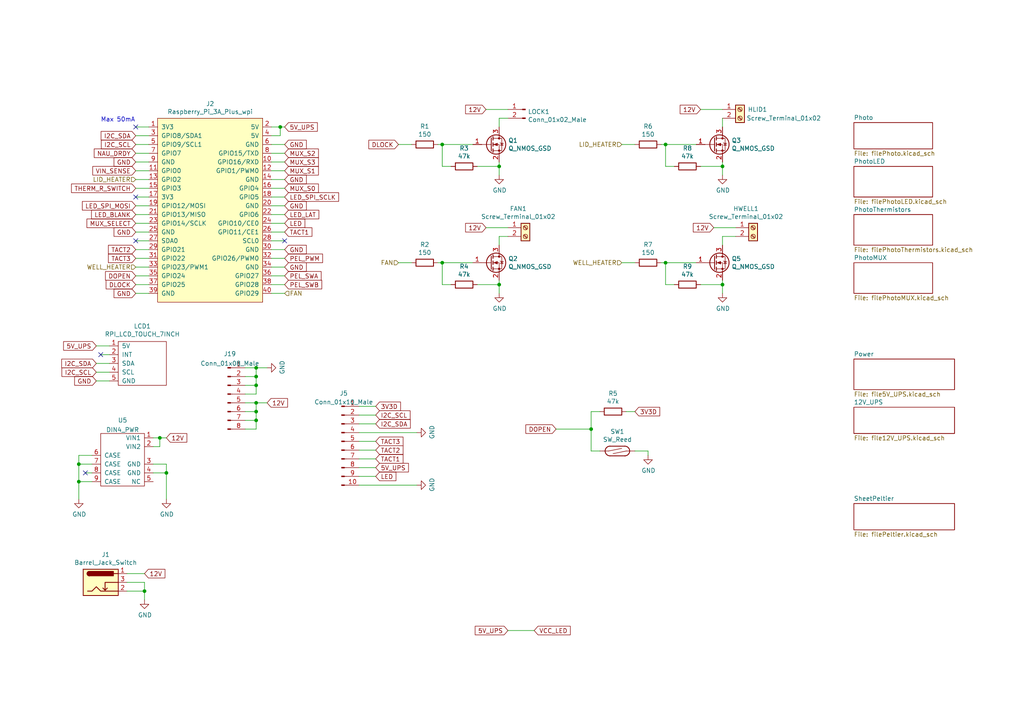
<source format=kicad_sch>
(kicad_sch (version 20211123) (generator eeschema)
  (paper "A4")
  (lib_symbols
    (symbol "Connector:Barrel_Jack_Switch" (pin_names hide)
      (property "Reference" "J" (at 0 5.334 0))
      (property "Value" "Barrel_Jack_Switch" (at 0 -5.08 0))
      (symbol "Barrel_Jack_Switch_0_1"
        (rectangle (start -5.08 3.81) (end 5.08 -3.81) (stroke (width 0.254)) (fill (type background)))
        (arc (start -3.302 3.175) (mid -3.937 2.54) (end -3.302 1.905) (stroke (width 0.254)))
        (arc (start -3.302 3.175) (mid -3.937 2.54) (end -3.302 1.905) (stroke (width 0.254)) (fill (type outline)))
        (polyline (pts (xy 1.27 -2.286) (xy 1.905 -1.651)) (stroke (width 0.254)))
        (polyline (pts (xy 5.08 2.54) (xy 3.81 2.54)) (stroke (width 0.254)))
        (polyline (pts (xy 5.08 0) (xy 1.27 0) (xy 1.27 -2.286) (xy 0.635 -1.651)) (stroke (width 0.254)))
        (polyline (pts (xy -3.81 -2.54) (xy -2.54 -2.54) (xy -1.27 -1.27) (xy 0 -2.54) (xy 2.54 -2.54) (xy 5.08 -2.54)) (stroke (width 0.254)))
        (rectangle (start 3.683 3.175) (end -3.302 1.905) (stroke (width 0.254)) (fill (type outline)))
      )
      (symbol "Barrel_Jack_Switch_1_1"
        (pin passive line (at 7.62 2.54 180) (length 2.54) (name "~") (number "1"))
        (pin passive line (at 7.62 -2.54 180) (length 2.54) (name "~") (number "2"))
        (pin passive line (at 7.62 0 180) (length 2.54) (name "~") (number "3"))
      )
    )
    (symbol "Connector:Conn_01x02_Male" (pin_names (offset 1.016) hide)
      (property "Reference" "J" (at 0 2.54 0))
      (property "Value" "Conn_01x02_Male" (at 0 -5.08 0))
      (symbol "Conn_01x02_Male_1_1"
        (polyline (pts (xy 1.27 -2.54) (xy 0.8636 -2.54)) (stroke (width 0.1524)))
        (polyline (pts (xy 1.27 0) (xy 0.8636 0)) (stroke (width 0.1524)))
        (rectangle (start 0.8636 -2.413) (end 0 -2.667) (stroke (width 0.1524)) (fill (type outline)))
        (rectangle (start 0.8636 0.127) (end 0 -0.127) (stroke (width 0.1524)) (fill (type outline)))
        (pin passive line (at 5.08 0 180) (length 3.81) (name "Pin_1") (number "1"))
        (pin passive line (at 5.08 -2.54 180) (length 3.81) (name "Pin_2") (number "2"))
      )
    )
    (symbol "Connector:Conn_01x08_Male" (pin_names (offset 1.016) hide)
      (property "Reference" "J" (at 0 10.16 0))
      (property "Value" "Conn_01x08_Male" (at 0 -12.7 0))
      (symbol "Conn_01x08_Male_1_1"
        (polyline (pts (xy 1.27 -10.16) (xy 0.8636 -10.16)) (stroke (width 0.1524)))
        (polyline (pts (xy 1.27 -7.62) (xy 0.8636 -7.62)) (stroke (width 0.1524)))
        (polyline (pts (xy 1.27 -5.08) (xy 0.8636 -5.08)) (stroke (width 0.1524)))
        (polyline (pts (xy 1.27 -2.54) (xy 0.8636 -2.54)) (stroke (width 0.1524)))
        (polyline (pts (xy 1.27 0) (xy 0.8636 0)) (stroke (width 0.1524)))
        (polyline (pts (xy 1.27 2.54) (xy 0.8636 2.54)) (stroke (width 0.1524)))
        (polyline (pts (xy 1.27 5.08) (xy 0.8636 5.08)) (stroke (width 0.1524)))
        (polyline (pts (xy 1.27 7.62) (xy 0.8636 7.62)) (stroke (width 0.1524)))
        (rectangle (start 0.8636 -10.033) (end 0 -10.287) (stroke (width 0.1524)) (fill (type outline)))
        (rectangle (start 0.8636 -7.493) (end 0 -7.747) (stroke (width 0.1524)) (fill (type outline)))
        (rectangle (start 0.8636 -4.953) (end 0 -5.207) (stroke (width 0.1524)) (fill (type outline)))
        (rectangle (start 0.8636 -2.413) (end 0 -2.667) (stroke (width 0.1524)) (fill (type outline)))
        (rectangle (start 0.8636 0.127) (end 0 -0.127) (stroke (width 0.1524)) (fill (type outline)))
        (rectangle (start 0.8636 2.667) (end 0 2.413) (stroke (width 0.1524)) (fill (type outline)))
        (rectangle (start 0.8636 5.207) (end 0 4.953) (stroke (width 0.1524)) (fill (type outline)))
        (rectangle (start 0.8636 7.747) (end 0 7.493) (stroke (width 0.1524)) (fill (type outline)))
        (pin passive line (at 5.08 7.62 180) (length 3.81) (name "Pin_1") (number "1"))
        (pin passive line (at 5.08 5.08 180) (length 3.81) (name "Pin_2") (number "2"))
        (pin passive line (at 5.08 2.54 180) (length 3.81) (name "Pin_3") (number "3"))
        (pin passive line (at 5.08 0 180) (length 3.81) (name "Pin_4") (number "4"))
        (pin passive line (at 5.08 -2.54 180) (length 3.81) (name "Pin_5") (number "5"))
        (pin passive line (at 5.08 -5.08 180) (length 3.81) (name "Pin_6") (number "6"))
        (pin passive line (at 5.08 -7.62 180) (length 3.81) (name "Pin_7") (number "7"))
        (pin passive line (at 5.08 -10.16 180) (length 3.81) (name "Pin_8") (number "8"))
      )
    )
    (symbol "Connector:Conn_01x10_Male" (pin_names (offset 1.016) hide)
      (property "Reference" "J" (at 0 12.7 0))
      (property "Value" "Conn_01x10_Male" (at 0 -15.24 0))
      (symbol "Conn_01x10_Male_1_1"
        (polyline (pts (xy 1.27 -12.7) (xy 0.8636 -12.7)) (stroke (width 0.1524)))
        (polyline (pts (xy 1.27 -10.16) (xy 0.8636 -10.16)) (stroke (width 0.1524)))
        (polyline (pts (xy 1.27 -7.62) (xy 0.8636 -7.62)) (stroke (width 0.1524)))
        (polyline (pts (xy 1.27 -5.08) (xy 0.8636 -5.08)) (stroke (width 0.1524)))
        (polyline (pts (xy 1.27 -2.54) (xy 0.8636 -2.54)) (stroke (width 0.1524)))
        (polyline (pts (xy 1.27 0) (xy 0.8636 0)) (stroke (width 0.1524)))
        (polyline (pts (xy 1.27 2.54) (xy 0.8636 2.54)) (stroke (width 0.1524)))
        (polyline (pts (xy 1.27 5.08) (xy 0.8636 5.08)) (stroke (width 0.1524)))
        (polyline (pts (xy 1.27 7.62) (xy 0.8636 7.62)) (stroke (width 0.1524)))
        (polyline (pts (xy 1.27 10.16) (xy 0.8636 10.16)) (stroke (width 0.1524)))
        (rectangle (start 0.8636 -12.573) (end 0 -12.827) (stroke (width 0.1524)) (fill (type outline)))
        (rectangle (start 0.8636 -10.033) (end 0 -10.287) (stroke (width 0.1524)) (fill (type outline)))
        (rectangle (start 0.8636 -7.493) (end 0 -7.747) (stroke (width 0.1524)) (fill (type outline)))
        (rectangle (start 0.8636 -4.953) (end 0 -5.207) (stroke (width 0.1524)) (fill (type outline)))
        (rectangle (start 0.8636 -2.413) (end 0 -2.667) (stroke (width 0.1524)) (fill (type outline)))
        (rectangle (start 0.8636 0.127) (end 0 -0.127) (stroke (width 0.1524)) (fill (type outline)))
        (rectangle (start 0.8636 2.667) (end 0 2.413) (stroke (width 0.1524)) (fill (type outline)))
        (rectangle (start 0.8636 5.207) (end 0 4.953) (stroke (width 0.1524)) (fill (type outline)))
        (rectangle (start 0.8636 7.747) (end 0 7.493) (stroke (width 0.1524)) (fill (type outline)))
        (rectangle (start 0.8636 10.287) (end 0 10.033) (stroke (width 0.1524)) (fill (type outline)))
        (pin passive line (at 5.08 10.16 180) (length 3.81) (name "Pin_1") (number "1"))
        (pin passive line (at 5.08 -12.7 180) (length 3.81) (name "Pin_10") (number "10"))
        (pin passive line (at 5.08 7.62 180) (length 3.81) (name "Pin_2") (number "2"))
        (pin passive line (at 5.08 5.08 180) (length 3.81) (name "Pin_3") (number "3"))
        (pin passive line (at 5.08 2.54 180) (length 3.81) (name "Pin_4") (number "4"))
        (pin passive line (at 5.08 0 180) (length 3.81) (name "Pin_5") (number "5"))
        (pin passive line (at 5.08 -2.54 180) (length 3.81) (name "Pin_6") (number "6"))
        (pin passive line (at 5.08 -5.08 180) (length 3.81) (name "Pin_7") (number "7"))
        (pin passive line (at 5.08 -7.62 180) (length 3.81) (name "Pin_8") (number "8"))
        (pin passive line (at 5.08 -10.16 180) (length 3.81) (name "Pin_9") (number "9"))
      )
    )
    (symbol "Connector:Screw_Terminal_01x02" (pin_names (offset 1.016) hide)
      (property "Reference" "J" (at 0 2.54 0))
      (property "Value" "Screw_Terminal_01x02" (at 0 -5.08 0))
      (symbol "Screw_Terminal_01x02_1_1"
        (rectangle (start -1.27 1.27) (end 1.27 -3.81) (stroke (width 0.254)) (fill (type background)))
        (circle (center 0 -2.54) (radius 0.635) (stroke (width 0.1524)))
        (polyline (pts (xy -0.5334 -2.2098) (xy 0.3302 -3.048)) (stroke (width 0.1524)))
        (polyline (pts (xy -0.5334 0.3302) (xy 0.3302 -0.508)) (stroke (width 0.1524)))
        (polyline (pts (xy -0.3556 -2.032) (xy 0.508 -2.8702)) (stroke (width 0.1524)))
        (polyline (pts (xy -0.3556 0.508) (xy 0.508 -0.3302)) (stroke (width 0.1524)))
        (circle (center 0 0) (radius 0.635) (stroke (width 0.1524)))
        (pin passive line (at -5.08 0 0) (length 3.81) (name "Pin_1") (number "1"))
        (pin passive line (at -5.08 -2.54 0) (length 3.81) (name "Pin_2") (number "2"))
      )
    )
    (symbol "Device:Q_NMOS_GSD" (pin_names (offset 0) hide)
      (property "Reference" "Q" (at 5.08 1.27 0))
      (property "Value" "Q_NMOS_GSD" (at 5.08 -1.27 0))
      (symbol "Q_NMOS_GSD_0_1"
        (polyline (pts (xy 0.254 0) (xy -2.54 0)))
        (polyline (pts (xy 0.254 1.905) (xy 0.254 -1.905)) (stroke (width 0.254)))
        (polyline (pts (xy 0.762 -1.27) (xy 0.762 -2.286)) (stroke (width 0.254)))
        (polyline (pts (xy 0.762 0.508) (xy 0.762 -0.508)) (stroke (width 0.254)))
        (polyline (pts (xy 0.762 2.286) (xy 0.762 1.27)) (stroke (width 0.254)))
        (polyline (pts (xy 2.54 2.54) (xy 2.54 1.778)))
        (polyline (pts (xy 2.54 -2.54) (xy 2.54 0) (xy 0.762 0)))
        (polyline (pts (xy 0.762 -1.778) (xy 3.302 -1.778) (xy 3.302 1.778) (xy 0.762 1.778)))
        (polyline (pts (xy 1.016 0) (xy 2.032 0.381) (xy 2.032 -0.381) (xy 1.016 0)) (fill (type outline)))
        (polyline (pts (xy 2.794 0.508) (xy 2.921 0.381) (xy 3.683 0.381) (xy 3.81 0.254)))
        (polyline (pts (xy 3.302 0.381) (xy 2.921 -0.254) (xy 3.683 -0.254) (xy 3.302 0.381)))
        (circle (center 1.651 0) (radius 2.794) (stroke (width 0.254)))
        (circle (center 2.54 -1.778) (radius 0.254) (fill (type outline)))
        (circle (center 2.54 1.778) (radius 0.254) (fill (type outline)))
      )
      (symbol "Q_NMOS_GSD_1_1"
        (pin input line (at -5.08 0 0) (length 2.54) (name "G") (number "1"))
        (pin passive line (at 2.54 -5.08 90) (length 2.54) (name "S") (number "2"))
        (pin passive line (at 2.54 5.08 270) (length 2.54) (name "D") (number "3"))
      )
    )
    (symbol "Device:R" (pin_numbers hide) (pin_names (offset 0))
      (property "Reference" "R" (at 2.032 0 90))
      (property "Value" "R" (at 0 0 90))
      (symbol "R_0_1"
        (rectangle (start -1.016 -2.54) (end 1.016 2.54) (stroke (width 0.254)))
      )
      (symbol "R_1_1"
        (pin passive line (at 0 3.81 270) (length 1.27) (name "~") (number "1"))
        (pin passive line (at 0 -3.81 90) (length 1.27) (name "~") (number "2"))
      )
    )
    (symbol "Ninja-qPCR:DIN4_PWR" (pin_names (offset 1.016))
      (property "Reference" "U" (at 0 7.62 0))
      (property "Value" "DIN4_PWR" (at 0 -10.16 0))
      (symbol "DIN4_PWR_0_1"
        (rectangle (start -6.35 6.35) (end 6.35 -8.89))
      )
      (symbol "DIN4_PWR_1_1"
        (pin power_out line (at 8.89 5.08 180) (length 2.54) (name "VIN1") (number "1"))
        (pin power_out line (at 8.89 2.54 180) (length 2.54) (name "VIN2") (number "2"))
        (pin passive line (at 8.89 -2.54 180) (length 2.54) (name "GND") (number "3"))
        (pin passive line (at 8.89 -5.08 180) (length 2.54) (name "GND") (number "4"))
        (pin passive line (at 8.89 -7.62 180) (length 2.54) (name "NC") (number "5"))
        (pin passive line (at -8.89 0 0) (length 2.54) (name "CASE") (number "6"))
        (pin passive line (at -8.89 -2.54 0) (length 2.54) (name "CASE") (number "7"))
        (pin passive line (at -8.89 -5.08 0) (length 2.54) (name "CASE") (number "8"))
        (pin passive line (at -8.89 -7.62 0) (length 2.54) (name "CASE") (number "9"))
      )
    )
    (symbol "Ninja-qPCR:RPI_LCD_TOUCH_7INCH_M2.5_NONE" (pin_names (offset 1.016))
      (property "Reference" "U" (at 8.89 2.54 0))
      (property "Value" "Ninja-qPCR_RPI_LCD_TOUCH_7INCH_M2.5_NONE" (at 11.43 -12.7 0))
      (symbol "RPI_LCD_TOUCH_7INCH_M2.5_NONE_0_1"
        (rectangle (start 2.54 1.27) (end 16.51 -11.43))
      )
      (symbol "RPI_LCD_TOUCH_7INCH_M2.5_NONE_1_1"
        (pin input line (at 0 0 0) (length 2.54) (name "5V") (number "1"))
        (pin input line (at 0 -2.54 0) (length 2.54) (name "INT") (number "2"))
        (pin input line (at 0 -5.08 0) (length 2.54) (name "SDA") (number "3"))
        (pin input line (at 0 -7.62 0) (length 2.54) (name "SCL") (number "4"))
        (pin input line (at 0 -10.16 0) (length 2.54) (name "GND") (number "5"))
      )
    )
    (symbol "Ninja-qPCR:Raspberry_Pi_3A_Plus_wpi" (pin_names (offset 1.016))
      (property "Reference" "J" (at -11.43 -27.94 0))
      (property "Value" "Ninja-qPCR_Raspberry_Pi_3A_Plus_wpi" (at 0 -30.48 0))
      (symbol "Raspberry_Pi_3A_Plus_wpi_0_1"
        (rectangle (start 15.24 26.67) (end -15.24 -26.67) (fill (type background)))
      )
      (symbol "Raspberry_Pi_3A_Plus_wpi_1_1"
        (pin power_out line (at -17.78 24.13 0) (length 2.54) (name "3V3") (number "1"))
        (pin bidirectional line (at 17.78 13.97 180) (length 2.54) (name "GPIO16/RXD") (number "10"))
        (pin bidirectional line (at -17.78 11.43 0) (length 2.54) (name "GPIO0") (number "11"))
        (pin bidirectional line (at 17.78 11.43 180) (length 2.54) (name "GPIO1/PWM0") (number "12"))
        (pin bidirectional line (at -17.78 8.89 0) (length 2.54) (name "GPIO2") (number "13"))
        (pin power_out line (at 17.78 8.89 180) (length 2.54) (name "GND") (number "14"))
        (pin bidirectional line (at -17.78 6.35 0) (length 2.54) (name "GPIO3") (number "15"))
        (pin bidirectional line (at 17.78 6.35 180) (length 2.54) (name "GPIO4") (number "16"))
        (pin power_out line (at -17.78 3.81 0) (length 2.54) (name "3V3") (number "17"))
        (pin bidirectional line (at 17.78 3.81 180) (length 2.54) (name "GPIO5") (number "18"))
        (pin bidirectional line (at -17.78 1.27 0) (length 2.54) (name "GPIO12/MOSI") (number "19"))
        (pin power_out line (at 17.78 24.13 180) (length 2.54) (name "5V") (number "2"))
        (pin power_out line (at 17.78 1.27 180) (length 2.54) (name "GND") (number "20"))
        (pin bidirectional line (at -17.78 -1.27 0) (length 2.54) (name "GPIO13/MISO") (number "21"))
        (pin bidirectional line (at 17.78 -1.27 180) (length 2.54) (name "GPIO6") (number "22"))
        (pin bidirectional line (at -17.78 -3.81 0) (length 2.54) (name "GPIO14/SCLK") (number "23"))
        (pin bidirectional line (at 17.78 -3.81 180) (length 2.54) (name "GPIO10/CE0") (number "24"))
        (pin power_out line (at -17.78 -6.35 0) (length 2.54) (name "GND") (number "25"))
        (pin bidirectional line (at 17.78 -6.35 180) (length 2.54) (name "GPIO11/CE1") (number "26"))
        (pin bidirectional line (at -17.78 -8.89 0) (length 2.54) (name "SDA0") (number "27"))
        (pin bidirectional line (at 17.78 -8.89 180) (length 2.54) (name "SCL0") (number "28"))
        (pin bidirectional line (at -17.78 -11.43 0) (length 2.54) (name "GPIO21") (number "29"))
        (pin bidirectional line (at -17.78 21.59 0) (length 2.54) (name "GPIO8/SDA1") (number "3"))
        (pin power_out line (at 17.78 -11.43 180) (length 2.54) (name "GND") (number "30"))
        (pin bidirectional line (at -17.78 -13.97 0) (length 2.54) (name "GPIO22") (number "31"))
        (pin bidirectional line (at 17.78 -13.97 180) (length 2.54) (name "GPIO26/PWM0") (number "32"))
        (pin bidirectional line (at -17.78 -16.51 0) (length 2.54) (name "GPIO23/PWM1") (number "33"))
        (pin power_out line (at 17.78 -16.51 180) (length 2.54) (name "GND") (number "34"))
        (pin bidirectional line (at -17.78 -19.05 0) (length 2.54) (name "GPIO24") (number "35"))
        (pin bidirectional line (at 17.78 -19.05 180) (length 2.54) (name "GPIO27") (number "36"))
        (pin bidirectional line (at -17.78 -21.59 0) (length 2.54) (name "GPIO25") (number "37"))
        (pin bidirectional line (at 17.78 -21.59 180) (length 2.54) (name "GPIO28") (number "38"))
        (pin power_out line (at -17.78 -24.13 0) (length 2.54) (name "GND") (number "39"))
        (pin power_out line (at 17.78 21.59 180) (length 2.54) (name "5V") (number "4"))
        (pin bidirectional line (at 17.78 -24.13 180) (length 2.54) (name "GPIO29") (number "40"))
        (pin bidirectional line (at -17.78 19.05 0) (length 2.54) (name "GPIO9/SCL1") (number "5"))
        (pin power_out line (at 17.78 19.05 180) (length 2.54) (name "GND") (number "6"))
        (pin bidirectional line (at -17.78 16.51 0) (length 2.54) (name "GPIO7") (number "7"))
        (pin bidirectional line (at 17.78 16.51 180) (length 2.54) (name "GPIO15/TXD") (number "8"))
        (pin power_out line (at -17.78 13.97 0) (length 2.54) (name "GND") (number "9"))
      )
    )
    (symbol "Switch:SW_Reed" (pin_numbers hide) (pin_names (offset 0) hide)
      (property "Reference" "SW" (at 0 2.54 0))
      (property "Value" "SW_Reed" (at 0 -2.54 0))
      (symbol "SW_Reed_0_0"
        (arc (start -2.159 1.397) (mid -3.556 0) (end -2.159 -1.397) (stroke (width 0.254)))
        (polyline (pts (xy -2.54 0) (xy 1.27 0.762)))
        (polyline (pts (xy -2.159 -1.397) (xy 2.286 -1.397)) (stroke (width 0.254)))
        (polyline (pts (xy 2.159 1.397) (xy -2.159 1.397)) (stroke (width 0.254)))
        (polyline (pts (xy 2.54 0) (xy -1.27 -0.762)))
        (arc (start 2.159 -1.397) (mid 3.556 0) (end 2.159 1.397) (stroke (width 0.254)))
      )
      (symbol "SW_Reed_1_1"
        (pin passive line (at -5.08 0 0) (length 2.54) (name "1") (number "1"))
        (pin passive line (at 5.08 0 180) (length 2.54) (name "2") (number "2"))
      )
    )
    (symbol "power:GND" (power) (pin_names (offset 0))
      (property "Value" "GND" (at 0 -3.81 0))
      (symbol "GND_0_1"
        (polyline (pts (xy 0 0) (xy 0 -1.27) (xy 1.27 -1.27) (xy 0 -2.54) (xy -1.27 -1.27) (xy 0 -1.27)))
      )
      (symbol "GND_1_1"
        (pin power_in line (at 0 0 270) (length 0) hide (name "GND") (number "1"))
      )
    )
  )
  (junction (at 193.04 41.91))
  (junction (at 144.78 48.26))
  (junction (at 74.295 109.22))
  (junction (at 46.355 127))
  (junction (at 144.78 82.55))
  (junction (at 209.55 82.55))
  (junction (at 74.295 106.68))
  (junction (at 41.91 171.45))
  (junction (at 128.27 41.91))
  (junction (at 209.55 48.26))
  (junction (at 74.295 116.84))
  (junction (at 22.86 139.7))
  (junction (at 81.28 36.83))
  (junction (at 74.295 111.76))
  (junction (at 48.26 137.16))
  (junction (at 171.45 124.46))
  (junction (at 128.27 76.2))
  (junction (at 22.86 134.62))
  (junction (at 193.04 76.2))
  (junction (at 74.295 121.92))
  (junction (at 74.295 119.38))
  (no_connect (at 39.37 36.83))
  (no_connect (at 24.765 137.16))
  (no_connect (at 82.55 69.85))
  (no_connect (at 29.21 102.87))
  (no_connect (at 39.37 57.15))
  (no_connect (at 39.37 69.85))
  (wire (pts (xy 31.75 110.49) (xy 27.94 110.49)))
  (wire (pts (xy 71.12 111.76) (xy 74.295 111.76)))
  (wire (pts (xy 104.14 133.096) (xy 108.966 133.096)))
  (wire (pts (xy 48.26 137.16) (xy 48.26 144.78)))
  (wire (pts (xy 187.96 130.81) (xy 187.96 132.08)))
  (wire (pts (xy 39.37 67.31) (xy 43.18 67.31)))
  (wire (pts (xy 203.2 48.26) (xy 209.55 48.26)))
  (wire (pts (xy 193.04 76.2) (xy 191.77 76.2)))
  (wire (pts (xy 71.12 124.46) (xy 74.295 124.46)))
  (wire (pts (xy 184.15 130.81) (xy 187.96 130.81)))
  (wire (pts (xy 43.18 62.23) (xy 39.37 62.23)))
  (wire (pts (xy 29.21 102.87) (xy 31.75 102.87)))
  (wire (pts (xy 171.45 130.81) (xy 173.99 130.81)))
  (wire (pts (xy 193.04 48.26) (xy 193.04 41.91)))
  (wire (pts (xy 82.55 72.39) (xy 78.74 72.39)))
  (wire (pts (xy 48.26 134.62) (xy 48.26 137.16)))
  (wire (pts (xy 104.14 122.936) (xy 108.966 122.936)))
  (wire (pts (xy 140.97 31.75) (xy 147.32 31.75)))
  (wire (pts (xy 213.36 68.58) (xy 209.55 68.58)))
  (wire (pts (xy 78.74 39.37) (xy 81.28 39.37)))
  (wire (pts (xy 207.01 66.04) (xy 213.36 66.04)))
  (wire (pts (xy 82.55 69.85) (xy 78.74 69.85)))
  (wire (pts (xy 128.27 76.2) (xy 127 76.2)))
  (wire (pts (xy 74.295 116.84) (xy 77.47 116.84)))
  (wire (pts (xy 193.04 82.55) (xy 193.04 76.2)))
  (wire (pts (xy 201.93 41.91) (xy 193.04 41.91)))
  (wire (pts (xy 144.78 85.09) (xy 144.78 82.55)))
  (wire (pts (xy 144.78 50.8) (xy 144.78 48.26)))
  (wire (pts (xy 36.83 166.37) (xy 41.91 166.37)))
  (wire (pts (xy 71.12 116.84) (xy 74.295 116.84)))
  (wire (pts (xy 74.295 114.3) (xy 74.295 111.76)))
  (wire (pts (xy 44.45 127) (xy 46.355 127)))
  (wire (pts (xy 173.99 119.38) (xy 171.45 119.38)))
  (wire (pts (xy 44.45 137.16) (xy 48.26 137.16)))
  (wire (pts (xy 27.94 100.33) (xy 31.75 100.33)))
  (wire (pts (xy 41.91 173.99) (xy 41.91 171.45)))
  (wire (pts (xy 78.74 46.99) (xy 82.55 46.99)))
  (wire (pts (xy 137.16 76.2) (xy 128.27 76.2)))
  (wire (pts (xy 39.37 82.55) (xy 43.18 82.55)))
  (wire (pts (xy 82.55 44.45) (xy 78.74 44.45)))
  (wire (pts (xy 82.55 64.77) (xy 78.74 64.77)))
  (wire (pts (xy 82.55 57.15) (xy 78.74 57.15)))
  (wire (pts (xy 22.86 134.62) (xy 26.67 134.62)))
  (wire (pts (xy 31.75 105.41) (xy 27.94 105.41)))
  (wire (pts (xy 203.2 82.55) (xy 209.55 82.55)))
  (wire (pts (xy 39.37 44.45) (xy 43.18 44.45)))
  (wire (pts (xy 71.12 109.22) (xy 74.295 109.22)))
  (wire (pts (xy 104.14 128.016) (xy 108.966 128.016)))
  (wire (pts (xy 43.18 64.77) (xy 39.37 64.77)))
  (wire (pts (xy 39.37 36.83) (xy 43.18 36.83)))
  (wire (pts (xy 195.58 82.55) (xy 193.04 82.55)))
  (wire (pts (xy 74.295 121.92) (xy 74.295 124.46)))
  (wire (pts (xy 22.86 134.62) (xy 22.86 139.7)))
  (wire (pts (xy 209.55 85.09) (xy 209.55 82.55)))
  (wire (pts (xy 26.67 132.08) (xy 22.86 132.08)))
  (wire (pts (xy 22.86 139.7) (xy 26.67 139.7)))
  (wire (pts (xy 180.34 76.2) (xy 184.15 76.2)))
  (wire (pts (xy 43.18 41.91) (xy 39.37 41.91)))
  (wire (pts (xy 44.45 129.54) (xy 46.355 129.54)))
  (wire (pts (xy 171.45 119.38) (xy 171.45 124.46)))
  (wire (pts (xy 46.355 127) (xy 46.355 129.54)))
  (wire (pts (xy 39.37 39.37) (xy 43.18 39.37)))
  (wire (pts (xy 43.18 74.93) (xy 39.37 74.93)))
  (wire (pts (xy 78.74 67.31) (xy 82.55 67.31)))
  (wire (pts (xy 74.295 106.68) (xy 77.47 106.68)))
  (wire (pts (xy 144.78 68.58) (xy 144.78 71.12)))
  (wire (pts (xy 43.18 72.39) (xy 39.37 72.39)))
  (wire (pts (xy 184.15 119.38) (xy 181.61 119.38)))
  (wire (pts (xy 39.37 46.99) (xy 43.18 46.99)))
  (wire (pts (xy 82.55 54.61) (xy 78.74 54.61)))
  (wire (pts (xy 44.45 134.62) (xy 48.26 134.62)))
  (wire (pts (xy 104.14 135.636) (xy 108.966 135.636)))
  (wire (pts (xy 82.55 62.23) (xy 78.74 62.23)))
  (wire (pts (xy 171.45 124.46) (xy 171.45 130.81)))
  (wire (pts (xy 24.765 137.16) (xy 26.67 137.16)))
  (wire (pts (xy 39.37 80.01) (xy 43.18 80.01)))
  (wire (pts (xy 140.97 66.04) (xy 147.32 66.04)))
  (wire (pts (xy 43.18 54.61) (xy 39.37 54.61)))
  (wire (pts (xy 81.28 39.37) (xy 81.28 36.83)))
  (wire (pts (xy 138.43 82.55) (xy 144.78 82.55)))
  (wire (pts (xy 201.93 76.2) (xy 193.04 76.2)))
  (wire (pts (xy 209.55 82.55) (xy 209.55 81.28)))
  (wire (pts (xy 130.81 48.26) (xy 128.27 48.26)))
  (wire (pts (xy 104.14 125.476) (xy 120.904 125.476)))
  (wire (pts (xy 144.78 48.26) (xy 144.78 46.99)))
  (wire (pts (xy 209.55 68.58) (xy 209.55 71.12)))
  (wire (pts (xy 71.12 119.38) (xy 74.295 119.38)))
  (wire (pts (xy 78.74 36.83) (xy 81.28 36.83)))
  (wire (pts (xy 138.43 48.26) (xy 144.78 48.26)))
  (wire (pts (xy 22.86 132.08) (xy 22.86 134.62)))
  (wire (pts (xy 104.14 140.716) (xy 120.904 140.716)))
  (wire (pts (xy 82.55 77.47) (xy 78.74 77.47)))
  (wire (pts (xy 147.32 34.29) (xy 144.78 34.29)))
  (wire (pts (xy 147.32 182.88) (xy 154.94 182.88)))
  (wire (pts (xy 78.74 41.91) (xy 82.55 41.91)))
  (wire (pts (xy 82.55 80.01) (xy 78.74 80.01)))
  (wire (pts (xy 39.37 69.85) (xy 43.18 69.85)))
  (wire (pts (xy 36.83 168.91) (xy 41.91 168.91)))
  (wire (pts (xy 128.27 48.26) (xy 128.27 41.91)))
  (wire (pts (xy 104.14 130.556) (xy 108.966 130.556)))
  (wire (pts (xy 130.81 82.55) (xy 128.27 82.55)))
  (wire (pts (xy 82.55 49.53) (xy 78.74 49.53)))
  (wire (pts (xy 36.83 171.45) (xy 41.91 171.45)))
  (wire (pts (xy 82.55 74.93) (xy 78.74 74.93)))
  (wire (pts (xy 71.12 121.92) (xy 74.295 121.92)))
  (wire (pts (xy 82.55 82.55) (xy 78.74 82.55)))
  (wire (pts (xy 147.32 68.58) (xy 144.78 68.58)))
  (wire (pts (xy 104.14 120.396) (xy 108.966 120.396)))
  (wire (pts (xy 128.27 82.55) (xy 128.27 76.2)))
  (wire (pts (xy 22.86 139.7) (xy 22.86 144.78)))
  (wire (pts (xy 104.14 117.856) (xy 108.966 117.856)))
  (wire (pts (xy 81.28 36.83) (xy 82.55 36.83)))
  (wire (pts (xy 46.355 127) (xy 48.26 127)))
  (wire (pts (xy 71.12 106.68) (xy 74.295 106.68)))
  (wire (pts (xy 74.295 109.22) (xy 74.295 106.68)))
  (wire (pts (xy 104.14 138.176) (xy 108.966 138.176)))
  (wire (pts (xy 137.16 41.91) (xy 128.27 41.91)))
  (wire (pts (xy 74.295 111.76) (xy 74.295 109.22)))
  (wire (pts (xy 39.37 57.15) (xy 43.18 57.15)))
  (wire (pts (xy 161.29 124.46) (xy 171.45 124.46)))
  (wire (pts (xy 115.57 76.2) (xy 119.38 76.2)))
  (wire (pts (xy 43.18 59.69) (xy 39.37 59.69)))
  (wire (pts (xy 31.75 107.95) (xy 27.94 107.95)))
  (wire (pts (xy 39.37 52.07) (xy 43.18 52.07)))
  (wire (pts (xy 82.55 59.69) (xy 78.74 59.69)))
  (wire (pts (xy 180.34 41.91) (xy 184.15 41.91)))
  (wire (pts (xy 144.78 82.55) (xy 144.78 81.28)))
  (wire (pts (xy 209.55 48.26) (xy 209.55 46.99)))
  (wire (pts (xy 71.12 114.3) (xy 74.295 114.3)))
  (wire (pts (xy 39.37 77.47) (xy 43.18 77.47)))
  (wire (pts (xy 74.295 119.38) (xy 74.295 121.92)))
  (wire (pts (xy 82.55 52.07) (xy 78.74 52.07)))
  (wire (pts (xy 39.37 49.53) (xy 43.18 49.53)))
  (wire (pts (xy 193.04 41.91) (xy 191.77 41.91)))
  (wire (pts (xy 41.91 168.91) (xy 41.91 171.45)))
  (wire (pts (xy 209.55 34.29) (xy 209.55 36.83)))
  (wire (pts (xy 209.55 50.8) (xy 209.55 48.26)))
  (wire (pts (xy 119.38 41.91) (xy 115.57 41.91)))
  (wire (pts (xy 74.295 116.84) (xy 74.295 119.38)))
  (wire (pts (xy 144.78 34.29) (xy 144.78 36.83)))
  (wire (pts (xy 39.37 85.09) (xy 43.18 85.09)))
  (wire (pts (xy 82.55 85.09) (xy 78.74 85.09)))
  (wire (pts (xy 128.27 41.91) (xy 127 41.91)))
  (wire (pts (xy 195.58 48.26) (xy 193.04 48.26)))
  (wire (pts (xy 203.2 31.75) (xy 209.55 31.75)))
  (text "Max 50mA" (at 29.21 35.56 0) (effects (font (size 1.27 1.27)) (justify left bottom)))
  (global_label "MUX_S3" (shape input) (at 82.55 46.99 0) (property "Intersheet References" "${INTERSHEET_REFS}" (effects hide)))
  (global_label "GND" (shape input) (at 82.55 41.91 0) (property "Intersheet References" "${INTERSHEET_REFS}" (effects hide)))
  (global_label "GND" (shape input) (at 27.94 110.49 180) (property "Intersheet References" "${INTERSHEET_REFS}" (effects hide)))
  (global_label "LED" (shape input) (at 82.55 64.77 0) (property "Intersheet References" "${INTERSHEET_REFS}" (effects hide)))
  (global_label "I2C_SDA" (shape input) (at 39.37 39.37 180) (property "Intersheet References" "${INTERSHEET_REFS}" (effects hide)))
  (global_label "LED" (shape input) (at 108.966 138.176 0) (property "Intersheet References" "${INTERSHEET_REFS}" (effects hide)))
  (global_label "DOPEN" (shape input) (at 39.37 80.01 180) (property "Intersheet References" "${INTERSHEET_REFS}" (effects hide)))
  (global_label "GND" (shape input) (at 39.37 67.31 180) (property "Intersheet References" "${INTERSHEET_REFS}" (effects hide)))
  (global_label "3V3D" (shape input) (at 184.15 119.38 0) (property "Intersheet References" "${INTERSHEET_REFS}" (effects hide)))
  (global_label "DOPEN" (shape input) (at 161.29 124.46 180) (property "Intersheet References" "${INTERSHEET_REFS}" (effects hide)))
  (global_label "PEL_PWM" (shape input) (at 82.55 74.93 0) (property "Intersheet References" "${INTERSHEET_REFS}" (effects hide)))
  (global_label "DLOCK" (shape input) (at 115.57 41.91 180) (property "Intersheet References" "${INTERSHEET_REFS}" (effects hide)))
  (global_label "I2C_SCL" (shape input) (at 27.94 107.95 180) (property "Intersheet References" "${INTERSHEET_REFS}" (effects hide)))
  (global_label "12V" (shape input) (at 48.26 127 0) (property "Intersheet References" "${INTERSHEET_REFS}" (effects hide)))
  (global_label "5V_UPS" (shape input) (at 108.966 135.636 0) (property "Intersheet References" "${INTERSHEET_REFS}" (effects hide)))
  (global_label "12V" (shape input) (at 41.91 166.37 0) (property "Intersheet References" "${INTERSHEET_REFS}" (effects hide)))
  (global_label "THERM_R_SWITCH" (shape input) (at 39.37 54.61 180) (property "Intersheet References" "${INTERSHEET_REFS}" (effects hide)))
  (global_label "TACT2" (shape input) (at 39.37 72.39 180) (property "Intersheet References" "${INTERSHEET_REFS}" (effects hide)))
  (global_label "PEL_SWA" (shape input) (at 82.55 80.01 0) (property "Intersheet References" "${INTERSHEET_REFS}" (effects hide)))
  (global_label "DLOCK" (shape input) (at 39.37 82.55 180) (property "Intersheet References" "${INTERSHEET_REFS}" (effects hide)))
  (global_label "MUX_S1" (shape input) (at 82.55 49.53 0) (property "Intersheet References" "${INTERSHEET_REFS}" (effects hide)))
  (global_label "TACT3" (shape input) (at 108.966 128.016 0) (property "Intersheet References" "${INTERSHEET_REFS}" (effects hide)))
  (global_label "12V" (shape input) (at 207.01 66.04 180) (property "Intersheet References" "${INTERSHEET_REFS}" (effects hide)))
  (global_label "5V_UPS" (shape input) (at 147.32 182.88 180) (property "Intersheet References" "${INTERSHEET_REFS}" (effects hide)))
  (global_label "NAU_DRDY" (shape input) (at 39.37 44.45 180) (property "Intersheet References" "${INTERSHEET_REFS}" (effects hide)))
  (global_label "12V" (shape input) (at 140.97 66.04 180) (property "Intersheet References" "${INTERSHEET_REFS}" (effects hide)))
  (global_label "12V" (shape input) (at 77.47 116.84 0) (property "Intersheet References" "${INTERSHEET_REFS}" (effects hide)))
  (global_label "LED_BLANK" (shape input) (at 39.37 62.23 180) (property "Intersheet References" "${INTERSHEET_REFS}" (effects hide)))
  (global_label "I2C_SCL" (shape input) (at 39.37 41.91 180) (property "Intersheet References" "${INTERSHEET_REFS}" (effects hide)))
  (global_label "GND" (shape input) (at 82.55 59.69 0) (property "Intersheet References" "${INTERSHEET_REFS}" (effects hide)))
  (global_label "3V3D" (shape input) (at 108.966 117.856 0) (property "Intersheet References" "${INTERSHEET_REFS}" (effects hide)))
  (global_label "5V_UPS" (shape input) (at 27.94 100.33 180) (property "Intersheet References" "${INTERSHEET_REFS}" (effects hide)))
  (global_label "GND" (shape input) (at 82.55 77.47 0) (property "Intersheet References" "${INTERSHEET_REFS}" (effects hide)))
  (global_label "12V" (shape input) (at 203.2 31.75 180) (property "Intersheet References" "${INTERSHEET_REFS}" (effects hide)))
  (global_label "MUX_S0" (shape input) (at 82.55 54.61 0) (property "Intersheet References" "${INTERSHEET_REFS}" (effects hide)))
  (global_label "TACT1" (shape input) (at 82.55 67.31 0) (property "Intersheet References" "${INTERSHEET_REFS}" (effects hide)))
  (global_label "TACT2" (shape input) (at 108.966 130.556 0) (property "Intersheet References" "${INTERSHEET_REFS}" (effects hide)))
  (global_label "LED_SPI_MOSI" (shape input) (at 39.37 59.69 180) (property "Intersheet References" "${INTERSHEET_REFS}" (effects hide)))
  (global_label "MUX_SELECT" (shape input) (at 39.37 64.77 180) (property "Intersheet References" "${INTERSHEET_REFS}" (effects hide)))
  (global_label "GND" (shape input) (at 82.55 72.39 0) (property "Intersheet References" "${INTERSHEET_REFS}" (effects hide)))
  (global_label "VIN_SENSE" (shape input) (at 39.37 49.53 180) (property "Intersheet References" "${INTERSHEET_REFS}" (effects hide)))
  (global_label "TACT3" (shape input) (at 39.37 74.93 180) (property "Intersheet References" "${INTERSHEET_REFS}" (effects hide)))
  (global_label "PEL_SWB" (shape input) (at 82.55 82.55 0) (property "Intersheet References" "${INTERSHEET_REFS}" (effects hide)))
  (global_label "LED_LAT" (shape input) (at 82.55 62.23 0) (property "Intersheet References" "${INTERSHEET_REFS}" (effects hide)))
  (global_label "GND" (shape input) (at 39.37 85.09 180) (property "Intersheet References" "${INTERSHEET_REFS}" (effects hide)))
  (global_label "MUX_S2" (shape input) (at 82.55 44.45 0) (property "Intersheet References" "${INTERSHEET_REFS}" (effects hide)))
  (global_label "5V_UPS" (shape input) (at 82.55 36.83 0) (property "Intersheet References" "${INTERSHEET_REFS}" (effects hide)))
  (global_label "VCC_LED" (shape input) (at 154.94 182.88 0) (property "Intersheet References" "${INTERSHEET_REFS}" (effects hide)))
  (global_label "I2C_SDA" (shape input) (at 27.94 105.41 180) (property "Intersheet References" "${INTERSHEET_REFS}" (effects hide)))
  (global_label "LED_SPI_SCLK" (shape input) (at 82.55 57.15 0) (property "Intersheet References" "${INTERSHEET_REFS}" (effects hide)))
  (global_label "12V" (shape input) (at 140.97 31.75 180) (property "Intersheet References" "${INTERSHEET_REFS}" (effects hide)))
  (global_label "GND" (shape input) (at 39.37 46.99 180) (property "Intersheet References" "${INTERSHEET_REFS}" (effects hide)))
  (global_label "I2C_SCL" (shape input) (at 108.966 120.396 0) (property "Intersheet References" "${INTERSHEET_REFS}" (effects hide)))
  (global_label "TACT1" (shape input) (at 108.966 133.096 0) (property "Intersheet References" "${INTERSHEET_REFS}" (effects hide)))
  (global_label "I2C_SDA" (shape input) (at 108.966 122.936 0) (property "Intersheet References" "${INTERSHEET_REFS}" (effects hide)))
  (global_label "GND" (shape input) (at 82.55 52.07 0) (property "Intersheet References" "${INTERSHEET_REFS}" (effects hide)))
  (hierarchical_label "WELL_HEATER" (shape input) (at 39.37 77.47 180))
  (hierarchical_label "FAN" (shape input) (at 115.57 76.2 180))
  (hierarchical_label "LID_HEATER" (shape input) (at 180.34 41.91 180))
  (hierarchical_label "LID_HEATER" (shape input) (at 39.37 52.07 180))
  (hierarchical_label "FAN" (shape input) (at 82.55 85.09 0))
  (hierarchical_label "WELL_HEATER" (shape input) (at 180.34 76.2 180))
  (symbol (lib_id "Ninja-qPCR:Raspberry_Pi_3A_Plus_wpi") (at 60.96 60.96 0) (unit 1)
    (property "Reference" "J2" (at 60.96 30.099 0))
    (property "Value" "Raspberry_Pi_3A_Plus_wpi" (at 60.96 32.4104 0))
    (property "Footprint" "Ninja-qPCR:Raspberry_Pi_3A+_3B+_4B_Zero_FaceDown_HDMI-R-NOSILK" (effects hide))
  )
  (symbol (lib_id "Device:R") (at 199.39 48.26 270) (unit 1)
    (property "Reference" "R8" (at 199.39 43.0022 90))
    (property "Value" "47k" (at 199.39 45.3136 90))
    (property "Footprint" "Resistor_SMD:R_0603_1608Metric" (effects hide))
  )
  (symbol (lib_id "Device:R") (at 187.96 41.91 270) (unit 1)
    (property "Reference" "R6" (at 187.96 36.6522 90))
    (property "Value" "150" (at 187.96 38.9636 90))
    (property "Footprint" "Resistor_SMD:R_0603_1608Metric" (effects hide))
  )
  (symbol (lib_id "power:GND") (at 209.55 50.8 0) (unit 1)
    (property "Reference" "#PWR05" (effects hide))
    (property "Value" "GND" (at 209.677 55.1942 0))
  )
  (symbol (lib_id "Device:Q_NMOS_GSD") (at 207.01 41.91 0) (unit 1)
    (property "Reference" "Q3" (at 212.1916 40.7416 0) (effects (justify left)))
    (property "Value" "Q_NMOS_GSD" (at 212.1916 43.053 0) (effects (justify left)))
    (property "Footprint" "Ninja-qPCR:SOT95P240X112-3N" (effects hide))
  )
  (symbol (lib_id "Device:R") (at 199.39 82.55 270) (unit 1)
    (property "Reference" "R9" (at 199.39 77.2922 90))
    (property "Value" "47k" (at 199.39 79.6036 90))
    (property "Footprint" "Resistor_SMD:R_0603_1608Metric" (effects hide))
  )
  (symbol (lib_id "Device:R") (at 187.96 76.2 270) (unit 1)
    (property "Reference" "R7" (at 187.96 70.9422 90))
    (property "Value" "150" (at 187.96 73.2536 90))
    (property "Footprint" "Resistor_SMD:R_0603_1608Metric" (effects hide))
  )
  (symbol (lib_id "power:GND") (at 209.55 85.09 0) (unit 1)
    (property "Reference" "#PWR07" (effects hide))
    (property "Value" "GND" (at 209.677 89.4842 0))
  )
  (symbol (lib_id "Device:Q_NMOS_GSD") (at 207.01 76.2 0) (unit 1)
    (property "Reference" "Q5" (at 212.1916 75.0316 0) (effects (justify left)))
    (property "Value" "Q_NMOS_GSD" (at 212.1916 77.343 0) (effects (justify left)))
    (property "Footprint" "Ninja-qPCR:SOT95P240X112-3N" (effects hide))
  )
  (symbol (lib_id "Device:R") (at 134.62 82.55 270) (unit 1)
    (property "Reference" "R4" (at 134.62 77.2922 90))
    (property "Value" "47k" (at 134.62 79.6036 90))
    (property "Footprint" "Resistor_SMD:R_0603_1608Metric" (effects hide))
  )
  (symbol (lib_id "Device:R") (at 123.19 76.2 270) (unit 1)
    (property "Reference" "R2" (at 123.19 70.9422 90))
    (property "Value" "150" (at 123.19 73.2536 90))
    (property "Footprint" "Resistor_SMD:R_0603_1608Metric" (effects hide))
  )
  (symbol (lib_id "power:GND") (at 144.78 85.09 0) (unit 1)
    (property "Reference" "#PWR03" (effects hide))
    (property "Value" "GND" (at 144.907 89.4842 0))
  )
  (symbol (lib_id "Device:Q_NMOS_GSD") (at 142.24 76.2 0) (unit 1)
    (property "Reference" "Q2" (at 147.4216 75.0316 0) (effects (justify left)))
    (property "Value" "Q_NMOS_GSD" (at 147.4216 77.343 0) (effects (justify left)))
    (property "Footprint" "Ninja-qPCR:SOT95P240X112-3N" (effects hide))
  )
  (symbol (lib_id "Connector:Screw_Terminal_01x02") (at 218.44 66.04 0) (unit 1)
    (property "Reference" "HWELL1" (at 216.3572 60.5282 0))
    (property "Value" "Screw_Terminal_01x02" (at 216.3572 62.8396 0))
    (property "Footprint" "Ninja-qPCR:TB_SeeedOPL_320110028" (effects hide))
  )
  (symbol (lib_id "Connector:Screw_Terminal_01x02") (at 152.4 66.04 0) (unit 1)
    (property "Reference" "FAN1" (at 150.3172 60.5282 0))
    (property "Value" "Screw_Terminal_01x02" (at 150.3172 62.8396 0))
    (property "Footprint" "Ninja-qPCR:TB_SeeedOPL_320110028" (effects hide))
  )
  (symbol (lib_id "Ninja-qPCR:RPI_LCD_TOUCH_7INCH_M2.5_NONE") (at 31.75 100.33 0) (unit 1)
    (property "Reference" "LCD1" (at 41.275 94.615 0))
    (property "Value" "RPI_LCD_TOUCH_7INCH" (at 41.275 96.9264 0))
    (property "Footprint" "Connector_PinHeader_2.54mm:PinHeader_1x05_P2.54mm_Vertical" (effects hide))
  )
  (symbol (lib_id "Connector:Screw_Terminal_01x02") (at 214.63 31.75 0) (unit 1)
    (property "Reference" "HLID1" (at 219.71 31.75 0))
    (property "Value" "Screw_Terminal_01x02" (at 227.33 34.29 0))
    (property "Footprint" "Ninja-qPCR:TB_SeeedOPL_320110028" (effects hide))
  )
  (symbol (lib_id "Device:R") (at 134.62 48.26 270) (unit 1)
    (property "Reference" "R3" (at 134.62 43.0022 90))
    (property "Value" "47k" (at 134.62 45.3136 90))
    (property "Footprint" "Resistor_SMD:R_0603_1608Metric" (effects hide))
  )
  (symbol (lib_id "Device:R") (at 123.19 41.91 270) (unit 1)
    (property "Reference" "R1" (at 123.19 36.6522 90))
    (property "Value" "150" (at 123.19 38.9636 90))
    (property "Footprint" "Resistor_SMD:R_0603_1608Metric" (effects hide))
  )
  (symbol (lib_id "power:GND") (at 144.78 50.8 0) (unit 1)
    (property "Reference" "#PWR02" (effects hide))
    (property "Value" "GND" (at 144.907 55.1942 0))
  )
  (symbol (lib_id "Device:Q_NMOS_GSD") (at 142.24 41.91 0) (unit 1)
    (property "Reference" "Q1" (at 147.4216 40.7416 0) (effects (justify left)))
    (property "Value" "Q_NMOS_GSD" (at 147.4216 43.053 0) (effects (justify left)))
    (property "Footprint" "Ninja-qPCR:SOT95P240X112-3N" (effects hide))
  )
  (symbol (lib_id "Device:R") (at 177.8 119.38 270) (unit 1)
    (property "Reference" "R5" (at 177.8 114.1222 90))
    (property "Value" "47k" (at 177.8 116.4336 90))
    (property "Footprint" "Resistor_SMD:R_0603_1608Metric" (effects hide))
  )
  (symbol (lib_id "Switch:SW_Reed") (at 179.07 130.81 0) (unit 1)
    (property "Reference" "SW1" (at 179.07 125.1712 0))
    (property "Value" "SW_Reed" (at 179.07 127.4826 0))
    (property "Footprint" "Connector_PinHeader_2.54mm:PinHeader_1x02_P2.54mm_Vertical" (effects hide))
  )
  (symbol (lib_id "power:GND") (at 187.96 132.08 0) (unit 1)
    (property "Reference" "#PWR04" (effects hide))
    (property "Value" "GND" (at 188.087 136.4742 0))
  )
  (symbol (lib_id "Connector:Conn_01x02_Male") (at 152.4 31.75 0) (mirror y) (unit 1)
    (property "Reference" "LOCK1" (at 153.1112 32.4104 0) (effects (justify right)))
    (property "Value" "Conn_01x02_Male" (at 153.1112 34.7218 0) (effects (justify right)))
    (property "Footprint" "Ninja-qPCR:TB_SeeedOPL_320110028" (effects hide))
  )
  (symbol (lib_id "Connector:Barrel_Jack_Switch") (at 29.21 168.91 0) (unit 1)
    (property "Reference" "J1" (at 30.6578 160.8582 0))
    (property "Value" "Barrel_Jack_Switch" (at 30.6578 163.1696 0))
    (property "Footprint" "Connector_BarrelJack:BarrelJack_Horizontal" (effects hide))
  )
  (symbol (lib_id "power:GND") (at 41.91 173.99 0) (unit 1)
    (property "Reference" "#PWR01" (effects hide))
    (property "Value" "GND" (at 42.037 178.3842 0))
  )
  (symbol (lib_id "power:GND") (at 77.47 106.68 90) (unit 1)
    (property "Reference" "#PWR0110" (effects hide))
    (property "Value" "GND" (at 81.8642 106.553 0))
  )
  (symbol (lib_id "power:GND") (at 120.904 125.476 90) (unit 1)
    (property "Reference" "#PWR0111" (effects hide))
    (property "Value" "GND" (at 125.2982 125.349 0))
  )
  (symbol (lib_id "power:GND") (at 22.86 144.78 0) (unit 1)
    (property "Reference" "#PWR0116" (effects hide))
    (property "Value" "GND" (at 22.987 149.1742 0))
  )
  (symbol (lib_id "power:GND") (at 48.26 144.78 0) (unit 1)
    (property "Reference" "#PWR0115" (effects hide))
    (property "Value" "GND" (at 48.387 149.1742 0))
  )
  (symbol (lib_id "power:GND") (at 120.904 140.716 90) (unit 1)
    (property "Reference" "#PWR0113" (effects hide))
    (property "Value" "GND" (at 125.2982 140.589 0))
  )
  (symbol (lib_id "Ninja-qPCR:DIN4_PWR") (at 35.56 132.08 0) (unit 1)
    (property "Reference" "U5" (at 35.56 121.8905 0))
    (property "Value" "DIN4_PWR" (at 35.56 124.6656 0))
    (property "Footprint" "Ninja-qPCR:DN4_PWR" (effects hide))
  )
  (symbol (lib_id "Connector:Conn_01x10_Male") (at 99.06 128.016 0) (unit 1)
    (property "Reference" "J5" (at 99.695 114.08 0))
    (property "Value" "Conn_01x10_Male" (at 99.695 116.6169 0))
    (property "Footprint" "Connector_PinHeader_2.54mm:PinHeader_1x10_P2.54mm_Vertical" (effects hide))
  )
  (symbol (lib_id "Connector:Conn_01x08_Male") (at 66.04 114.3 0) (unit 1)
    (property "Reference" "J19" (at 66.675 102.6373 0))
    (property "Value" "Conn_01x08_Male" (at 66.675 105.4124 0))
    (property "Footprint" "Ninja-qPCR:ATX8" (effects hide))
  )
  (sheet (at 247.65 104.14) (size 29.21 8.89)
    (property "Sheet name" "Power" (at 247.65 103.4284 0) (effects (justify left bottom)))
    (property "Sheet file" "file5V_UPS.kicad_sch" (at 247.65 113.6146 0) (effects (justify left top)))
  )
  (sheet (at 247.65 35.56) (size 22.86 7.62)
    (property "Sheet name" "Photo" (at 247.65 34.8484 0) (effects (justify left bottom)))
    (property "Sheet file" "filePhoto.kicad_sch" (at 247.65 43.7646 0) (effects (justify left top)))
  )
  (sheet (at 247.65 48.26) (size 22.86 8.89)
    (property "Sheet name" "PhotoLED" (at 247.65 47.5484 0) (effects (justify left bottom)))
    (property "Sheet file" "filePhotoLED.kicad_sch" (at 247.65 57.7346 0) (effects (justify left top)))
  )
  (sheet (at 247.65 62.23) (size 22.86 8.89)
    (property "Sheet name" "PhotoThermistors" (at 247.65 61.5184 0) (effects (justify left bottom)))
    (property "Sheet file" "filePhotoThermistors.kicad_sch" (at 247.65 71.7046 0) (effects (justify left top)))
  )
  (sheet (at 247.65 118.11) (size 29.21 7.62)
    (property "Sheet name" "12V_UPS" (at 247.65 117.3984 0) (effects (justify left bottom)))
    (property "Sheet file" "file12V_UPS.kicad_sch" (at 247.65 126.3146 0) (effects (justify left top)))
  )
  (sheet (at 247.65 76.2) (size 22.86 8.89)
    (property "Sheet name" "PhotoMUX" (at 247.65 75.4884 0) (effects (justify left bottom)))
    (property "Sheet file" "filePhotoMUX.kicad_sch" (at 247.65 85.6746 0) (effects (justify left top)))
  )
  (sheet (at 247.65 146.05) (size 29.21 7.62)
    (property "Sheet name" "SheetPeltier" (at 247.65 145.3384 0) (effects (justify left bottom)))
    (property "Sheet file" "filePeltier.kicad_sch" (at 247.65 154.2546 0) (effects (justify left top)))
  )
)
</source>
